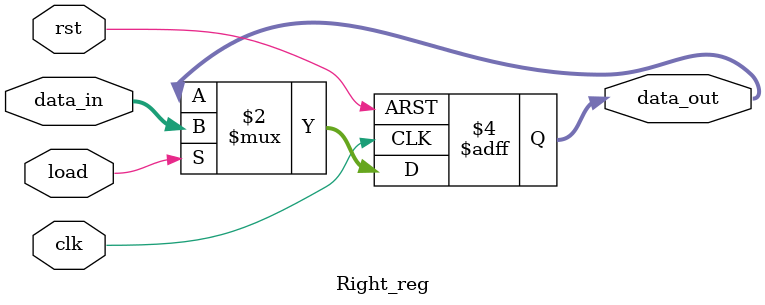
<source format=v>
`timescale 1ns/100ps

module Right_reg(
    input clk, rst, load,
    input [31:0] data_in,
    output reg [31:0] data_out
);

always @(posedge clk or posedge rst) begin
    if (rst)
        data_out <= 0;
    else if (load)
        data_out <= data_in;  // load new value
end
endmodule
</source>
